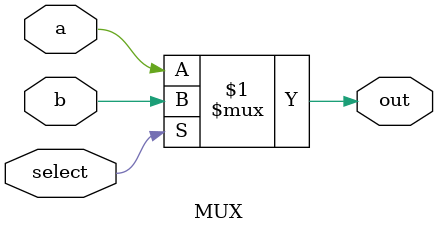
<source format=sv>
`timescale 1ns / 1ps


module MUX(
input wire select,
input wire a,
input wire b ,
output wire out);

assign out = select ? b : a;
endmodule

</source>
